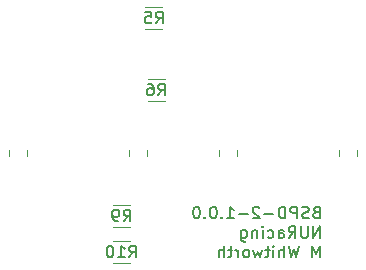
<source format=gbr>
G04 #@! TF.GenerationSoftware,KiCad,Pcbnew,(5.1.6)-1*
G04 #@! TF.CreationDate,2021-06-24T15:17:58+10:00*
G04 #@! TF.ProjectId,BSPD,42535044-2e6b-4696-9361-645f70636258,rev?*
G04 #@! TF.SameCoordinates,Original*
G04 #@! TF.FileFunction,Legend,Bot*
G04 #@! TF.FilePolarity,Positive*
%FSLAX46Y46*%
G04 Gerber Fmt 4.6, Leading zero omitted, Abs format (unit mm)*
G04 Created by KiCad (PCBNEW (5.1.6)-1) date 2021-06-24 15:17:58*
%MOMM*%
%LPD*%
G01*
G04 APERTURE LIST*
%ADD10C,0.150000*%
%ADD11C,0.120000*%
G04 APERTURE END LIST*
D10*
X105503071Y-104831571D02*
X105360214Y-104879190D01*
X105312595Y-104926809D01*
X105264976Y-105022047D01*
X105264976Y-105164904D01*
X105312595Y-105260142D01*
X105360214Y-105307761D01*
X105455452Y-105355380D01*
X105836404Y-105355380D01*
X105836404Y-104355380D01*
X105503071Y-104355380D01*
X105407833Y-104403000D01*
X105360214Y-104450619D01*
X105312595Y-104545857D01*
X105312595Y-104641095D01*
X105360214Y-104736333D01*
X105407833Y-104783952D01*
X105503071Y-104831571D01*
X105836404Y-104831571D01*
X104884023Y-105307761D02*
X104741166Y-105355380D01*
X104503071Y-105355380D01*
X104407833Y-105307761D01*
X104360214Y-105260142D01*
X104312595Y-105164904D01*
X104312595Y-105069666D01*
X104360214Y-104974428D01*
X104407833Y-104926809D01*
X104503071Y-104879190D01*
X104693547Y-104831571D01*
X104788785Y-104783952D01*
X104836404Y-104736333D01*
X104884023Y-104641095D01*
X104884023Y-104545857D01*
X104836404Y-104450619D01*
X104788785Y-104403000D01*
X104693547Y-104355380D01*
X104455452Y-104355380D01*
X104312595Y-104403000D01*
X103884023Y-105355380D02*
X103884023Y-104355380D01*
X103503071Y-104355380D01*
X103407833Y-104403000D01*
X103360214Y-104450619D01*
X103312595Y-104545857D01*
X103312595Y-104688714D01*
X103360214Y-104783952D01*
X103407833Y-104831571D01*
X103503071Y-104879190D01*
X103884023Y-104879190D01*
X102884023Y-105355380D02*
X102884023Y-104355380D01*
X102645928Y-104355380D01*
X102503071Y-104403000D01*
X102407833Y-104498238D01*
X102360214Y-104593476D01*
X102312595Y-104783952D01*
X102312595Y-104926809D01*
X102360214Y-105117285D01*
X102407833Y-105212523D01*
X102503071Y-105307761D01*
X102645928Y-105355380D01*
X102884023Y-105355380D01*
X101884023Y-104974428D02*
X101122119Y-104974428D01*
X100693547Y-104450619D02*
X100645928Y-104403000D01*
X100550690Y-104355380D01*
X100312595Y-104355380D01*
X100217357Y-104403000D01*
X100169738Y-104450619D01*
X100122119Y-104545857D01*
X100122119Y-104641095D01*
X100169738Y-104783952D01*
X100741166Y-105355380D01*
X100122119Y-105355380D01*
X99693547Y-104974428D02*
X98931642Y-104974428D01*
X97931642Y-105355380D02*
X98503071Y-105355380D01*
X98217357Y-105355380D02*
X98217357Y-104355380D01*
X98312595Y-104498238D01*
X98407833Y-104593476D01*
X98503071Y-104641095D01*
X97503071Y-105260142D02*
X97455452Y-105307761D01*
X97503071Y-105355380D01*
X97550690Y-105307761D01*
X97503071Y-105260142D01*
X97503071Y-105355380D01*
X96836404Y-104355380D02*
X96741166Y-104355380D01*
X96645928Y-104403000D01*
X96598309Y-104450619D01*
X96550690Y-104545857D01*
X96503071Y-104736333D01*
X96503071Y-104974428D01*
X96550690Y-105164904D01*
X96598309Y-105260142D01*
X96645928Y-105307761D01*
X96741166Y-105355380D01*
X96836404Y-105355380D01*
X96931642Y-105307761D01*
X96979261Y-105260142D01*
X97026880Y-105164904D01*
X97074500Y-104974428D01*
X97074500Y-104736333D01*
X97026880Y-104545857D01*
X96979261Y-104450619D01*
X96931642Y-104403000D01*
X96836404Y-104355380D01*
X96074500Y-105260142D02*
X96026880Y-105307761D01*
X96074500Y-105355380D01*
X96122119Y-105307761D01*
X96074500Y-105260142D01*
X96074500Y-105355380D01*
X95407833Y-104355380D02*
X95312595Y-104355380D01*
X95217357Y-104403000D01*
X95169738Y-104450619D01*
X95122119Y-104545857D01*
X95074500Y-104736333D01*
X95074500Y-104974428D01*
X95122119Y-105164904D01*
X95169738Y-105260142D01*
X95217357Y-105307761D01*
X95312595Y-105355380D01*
X95407833Y-105355380D01*
X95503071Y-105307761D01*
X95550690Y-105260142D01*
X95598309Y-105164904D01*
X95645928Y-104974428D01*
X95645928Y-104736333D01*
X95598309Y-104545857D01*
X95550690Y-104450619D01*
X95503071Y-104403000D01*
X95407833Y-104355380D01*
X105836404Y-107005380D02*
X105836404Y-106005380D01*
X105264976Y-107005380D01*
X105264976Y-106005380D01*
X104788785Y-106005380D02*
X104788785Y-106814904D01*
X104741166Y-106910142D01*
X104693547Y-106957761D01*
X104598309Y-107005380D01*
X104407833Y-107005380D01*
X104312595Y-106957761D01*
X104264976Y-106910142D01*
X104217357Y-106814904D01*
X104217357Y-106005380D01*
X103169738Y-107005380D02*
X103503071Y-106529190D01*
X103741166Y-107005380D02*
X103741166Y-106005380D01*
X103360214Y-106005380D01*
X103264976Y-106053000D01*
X103217357Y-106100619D01*
X103169738Y-106195857D01*
X103169738Y-106338714D01*
X103217357Y-106433952D01*
X103264976Y-106481571D01*
X103360214Y-106529190D01*
X103741166Y-106529190D01*
X102312595Y-107005380D02*
X102312595Y-106481571D01*
X102360214Y-106386333D01*
X102455452Y-106338714D01*
X102645928Y-106338714D01*
X102741166Y-106386333D01*
X102312595Y-106957761D02*
X102407833Y-107005380D01*
X102645928Y-107005380D01*
X102741166Y-106957761D01*
X102788785Y-106862523D01*
X102788785Y-106767285D01*
X102741166Y-106672047D01*
X102645928Y-106624428D01*
X102407833Y-106624428D01*
X102312595Y-106576809D01*
X101407833Y-106957761D02*
X101503071Y-107005380D01*
X101693547Y-107005380D01*
X101788785Y-106957761D01*
X101836404Y-106910142D01*
X101884023Y-106814904D01*
X101884023Y-106529190D01*
X101836404Y-106433952D01*
X101788785Y-106386333D01*
X101693547Y-106338714D01*
X101503071Y-106338714D01*
X101407833Y-106386333D01*
X100979261Y-107005380D02*
X100979261Y-106338714D01*
X100979261Y-106005380D02*
X101026880Y-106053000D01*
X100979261Y-106100619D01*
X100931642Y-106053000D01*
X100979261Y-106005380D01*
X100979261Y-106100619D01*
X100503071Y-106338714D02*
X100503071Y-107005380D01*
X100503071Y-106433952D02*
X100455452Y-106386333D01*
X100360214Y-106338714D01*
X100217357Y-106338714D01*
X100122119Y-106386333D01*
X100074500Y-106481571D01*
X100074500Y-107005380D01*
X99169738Y-106338714D02*
X99169738Y-107148238D01*
X99217357Y-107243476D01*
X99264976Y-107291095D01*
X99360214Y-107338714D01*
X99503071Y-107338714D01*
X99598309Y-107291095D01*
X99169738Y-106957761D02*
X99264976Y-107005380D01*
X99455452Y-107005380D01*
X99550690Y-106957761D01*
X99598309Y-106910142D01*
X99645928Y-106814904D01*
X99645928Y-106529190D01*
X99598309Y-106433952D01*
X99550690Y-106386333D01*
X99455452Y-106338714D01*
X99264976Y-106338714D01*
X99169738Y-106386333D01*
X105836404Y-108655380D02*
X105836404Y-107655380D01*
X105503071Y-108369666D01*
X105169738Y-107655380D01*
X105169738Y-108655380D01*
X104026880Y-107655380D02*
X103788785Y-108655380D01*
X103598309Y-107941095D01*
X103407833Y-108655380D01*
X103169738Y-107655380D01*
X102788785Y-108655380D02*
X102788785Y-107655380D01*
X102360214Y-108655380D02*
X102360214Y-108131571D01*
X102407833Y-108036333D01*
X102503071Y-107988714D01*
X102645928Y-107988714D01*
X102741166Y-108036333D01*
X102788785Y-108083952D01*
X101884023Y-108655380D02*
X101884023Y-107988714D01*
X101884023Y-107655380D02*
X101931642Y-107703000D01*
X101884023Y-107750619D01*
X101836404Y-107703000D01*
X101884023Y-107655380D01*
X101884023Y-107750619D01*
X101550690Y-107988714D02*
X101169738Y-107988714D01*
X101407833Y-107655380D02*
X101407833Y-108512523D01*
X101360214Y-108607761D01*
X101264976Y-108655380D01*
X101169738Y-108655380D01*
X100931642Y-107988714D02*
X100741166Y-108655380D01*
X100550690Y-108179190D01*
X100360214Y-108655380D01*
X100169738Y-107988714D01*
X99645928Y-108655380D02*
X99741166Y-108607761D01*
X99788785Y-108560142D01*
X99836404Y-108464904D01*
X99836404Y-108179190D01*
X99788785Y-108083952D01*
X99741166Y-108036333D01*
X99645928Y-107988714D01*
X99503071Y-107988714D01*
X99407833Y-108036333D01*
X99360214Y-108083952D01*
X99312595Y-108179190D01*
X99312595Y-108464904D01*
X99360214Y-108560142D01*
X99407833Y-108607761D01*
X99503071Y-108655380D01*
X99645928Y-108655380D01*
X98884023Y-108655380D02*
X98884023Y-107988714D01*
X98884023Y-108179190D02*
X98836404Y-108083952D01*
X98788785Y-108036333D01*
X98693547Y-107988714D01*
X98598309Y-107988714D01*
X98407833Y-107988714D02*
X98026880Y-107988714D01*
X98264976Y-107655380D02*
X98264976Y-108512523D01*
X98217357Y-108607761D01*
X98122119Y-108655380D01*
X98026880Y-108655380D01*
X97693547Y-108655380D02*
X97693547Y-107655380D01*
X97264976Y-108655380D02*
X97264976Y-108131571D01*
X97312595Y-108036333D01*
X97407833Y-107988714D01*
X97550690Y-107988714D01*
X97645928Y-108036333D01*
X97693547Y-108083952D01*
D11*
X88299936Y-107294000D02*
X89754064Y-107294000D01*
X88299936Y-109114000D02*
X89754064Y-109114000D01*
X88299936Y-104246000D02*
X89754064Y-104246000D01*
X88299936Y-106066000D02*
X89754064Y-106066000D01*
X91220936Y-93578000D02*
X92675064Y-93578000D01*
X91220936Y-95398000D02*
X92675064Y-95398000D01*
X91028436Y-87482000D02*
X92482564Y-87482000D01*
X91028436Y-89302000D02*
X92482564Y-89302000D01*
X80999000Y-99560748D02*
X80999000Y-100083252D01*
X79529000Y-99560748D02*
X79529000Y-100083252D01*
X108939000Y-99560748D02*
X108939000Y-100083252D01*
X107469000Y-99560748D02*
X107469000Y-100083252D01*
X98779000Y-99560748D02*
X98779000Y-100083252D01*
X97309000Y-99560748D02*
X97309000Y-100083252D01*
X91159000Y-99560748D02*
X91159000Y-100083252D01*
X89689000Y-99560748D02*
X89689000Y-100083252D01*
D10*
X89669857Y-108656380D02*
X90003190Y-108180190D01*
X90241285Y-108656380D02*
X90241285Y-107656380D01*
X89860333Y-107656380D01*
X89765095Y-107704000D01*
X89717476Y-107751619D01*
X89669857Y-107846857D01*
X89669857Y-107989714D01*
X89717476Y-108084952D01*
X89765095Y-108132571D01*
X89860333Y-108180190D01*
X90241285Y-108180190D01*
X88717476Y-108656380D02*
X89288904Y-108656380D01*
X89003190Y-108656380D02*
X89003190Y-107656380D01*
X89098428Y-107799238D01*
X89193666Y-107894476D01*
X89288904Y-107942095D01*
X88098428Y-107656380D02*
X88003190Y-107656380D01*
X87907952Y-107704000D01*
X87860333Y-107751619D01*
X87812714Y-107846857D01*
X87765095Y-108037333D01*
X87765095Y-108275428D01*
X87812714Y-108465904D01*
X87860333Y-108561142D01*
X87907952Y-108608761D01*
X88003190Y-108656380D01*
X88098428Y-108656380D01*
X88193666Y-108608761D01*
X88241285Y-108561142D01*
X88288904Y-108465904D01*
X88336523Y-108275428D01*
X88336523Y-108037333D01*
X88288904Y-107846857D01*
X88241285Y-107751619D01*
X88193666Y-107704000D01*
X88098428Y-107656380D01*
X89193666Y-105608380D02*
X89527000Y-105132190D01*
X89765095Y-105608380D02*
X89765095Y-104608380D01*
X89384142Y-104608380D01*
X89288904Y-104656000D01*
X89241285Y-104703619D01*
X89193666Y-104798857D01*
X89193666Y-104941714D01*
X89241285Y-105036952D01*
X89288904Y-105084571D01*
X89384142Y-105132190D01*
X89765095Y-105132190D01*
X88717476Y-105608380D02*
X88527000Y-105608380D01*
X88431761Y-105560761D01*
X88384142Y-105513142D01*
X88288904Y-105370285D01*
X88241285Y-105179809D01*
X88241285Y-104798857D01*
X88288904Y-104703619D01*
X88336523Y-104656000D01*
X88431761Y-104608380D01*
X88622238Y-104608380D01*
X88717476Y-104656000D01*
X88765095Y-104703619D01*
X88812714Y-104798857D01*
X88812714Y-105036952D01*
X88765095Y-105132190D01*
X88717476Y-105179809D01*
X88622238Y-105227428D01*
X88431761Y-105227428D01*
X88336523Y-105179809D01*
X88288904Y-105132190D01*
X88241285Y-105036952D01*
X92114666Y-94940380D02*
X92448000Y-94464190D01*
X92686095Y-94940380D02*
X92686095Y-93940380D01*
X92305142Y-93940380D01*
X92209904Y-93988000D01*
X92162285Y-94035619D01*
X92114666Y-94130857D01*
X92114666Y-94273714D01*
X92162285Y-94368952D01*
X92209904Y-94416571D01*
X92305142Y-94464190D01*
X92686095Y-94464190D01*
X91257523Y-93940380D02*
X91448000Y-93940380D01*
X91543238Y-93988000D01*
X91590857Y-94035619D01*
X91686095Y-94178476D01*
X91733714Y-94368952D01*
X91733714Y-94749904D01*
X91686095Y-94845142D01*
X91638476Y-94892761D01*
X91543238Y-94940380D01*
X91352761Y-94940380D01*
X91257523Y-94892761D01*
X91209904Y-94845142D01*
X91162285Y-94749904D01*
X91162285Y-94511809D01*
X91209904Y-94416571D01*
X91257523Y-94368952D01*
X91352761Y-94321333D01*
X91543238Y-94321333D01*
X91638476Y-94368952D01*
X91686095Y-94416571D01*
X91733714Y-94511809D01*
X91922166Y-88844380D02*
X92255500Y-88368190D01*
X92493595Y-88844380D02*
X92493595Y-87844380D01*
X92112642Y-87844380D01*
X92017404Y-87892000D01*
X91969785Y-87939619D01*
X91922166Y-88034857D01*
X91922166Y-88177714D01*
X91969785Y-88272952D01*
X92017404Y-88320571D01*
X92112642Y-88368190D01*
X92493595Y-88368190D01*
X91017404Y-87844380D02*
X91493595Y-87844380D01*
X91541214Y-88320571D01*
X91493595Y-88272952D01*
X91398357Y-88225333D01*
X91160261Y-88225333D01*
X91065023Y-88272952D01*
X91017404Y-88320571D01*
X90969785Y-88415809D01*
X90969785Y-88653904D01*
X91017404Y-88749142D01*
X91065023Y-88796761D01*
X91160261Y-88844380D01*
X91398357Y-88844380D01*
X91493595Y-88796761D01*
X91541214Y-88749142D01*
M02*

</source>
